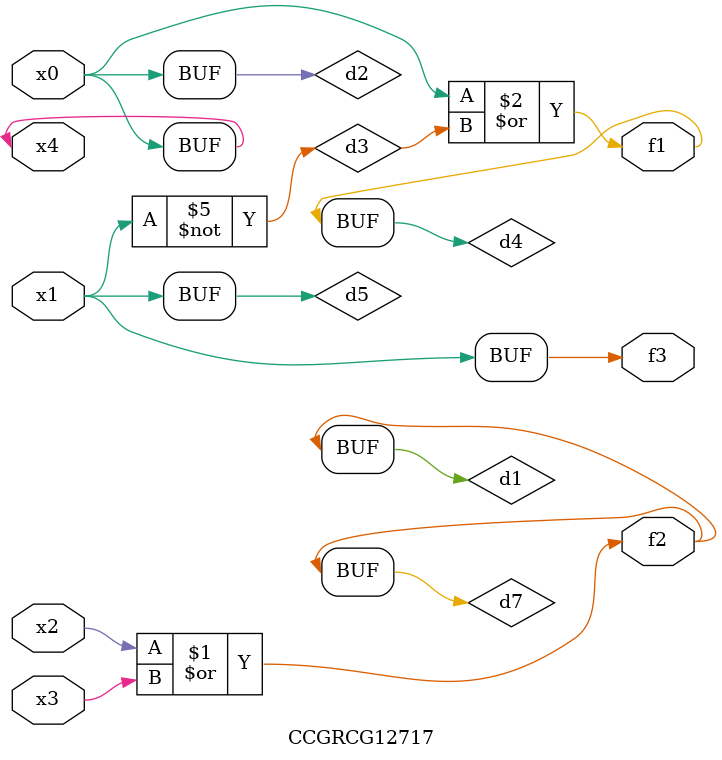
<source format=v>
module CCGRCG12717(
	input x0, x1, x2, x3, x4,
	output f1, f2, f3
);

	wire d1, d2, d3, d4, d5, d6, d7;

	or (d1, x2, x3);
	buf (d2, x0, x4);
	not (d3, x1);
	or (d4, d2, d3);
	not (d5, d3);
	nand (d6, d1, d3);
	or (d7, d1);
	assign f1 = d4;
	assign f2 = d7;
	assign f3 = d5;
endmodule

</source>
